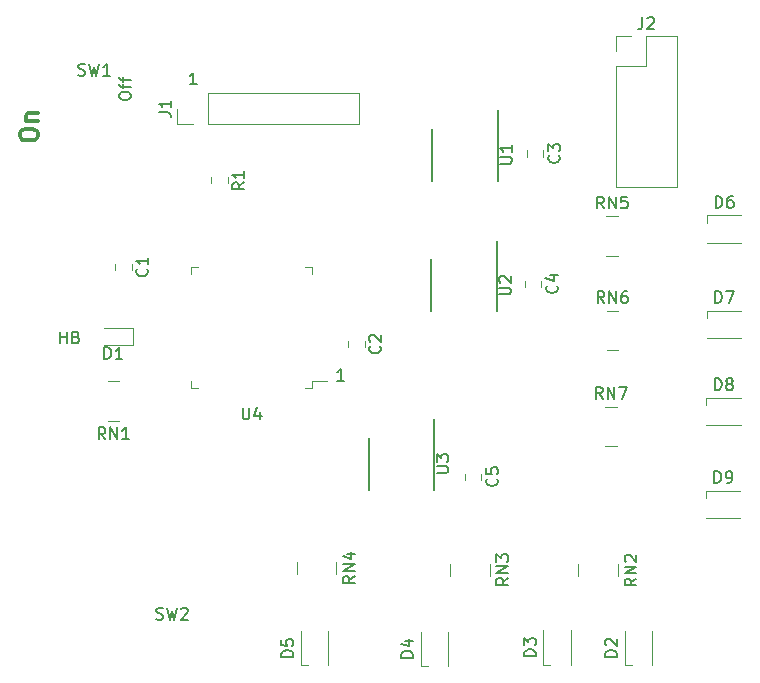
<source format=gbr>
G04 #@! TF.GenerationSoftware,KiCad,Pcbnew,(5.1.5)-3*
G04 #@! TF.CreationDate,2021-02-14T15:50:31-08:00*
G04 #@! TF.ProjectId,tree,74726565-2e6b-4696-9361-645f70636258,rev?*
G04 #@! TF.SameCoordinates,Original*
G04 #@! TF.FileFunction,Legend,Top*
G04 #@! TF.FilePolarity,Positive*
%FSLAX46Y46*%
G04 Gerber Fmt 4.6, Leading zero omitted, Abs format (unit mm)*
G04 Created by KiCad (PCBNEW (5.1.5)-3) date 2021-02-14 15:50:31*
%MOMM*%
%LPD*%
G04 APERTURE LIST*
%ADD10C,0.150000*%
%ADD11C,0.300000*%
%ADD12C,0.120000*%
G04 APERTURE END LIST*
D10*
X163089285Y-96852380D02*
X163089285Y-95852380D01*
X163089285Y-96328571D02*
X163660714Y-96328571D01*
X163660714Y-96852380D02*
X163660714Y-95852380D01*
X164470238Y-96328571D02*
X164613095Y-96376190D01*
X164660714Y-96423809D01*
X164708333Y-96519047D01*
X164708333Y-96661904D01*
X164660714Y-96757142D01*
X164613095Y-96804761D01*
X164517857Y-96852380D01*
X164136904Y-96852380D01*
X164136904Y-95852380D01*
X164470238Y-95852380D01*
X164565476Y-95900000D01*
X164613095Y-95947619D01*
X164660714Y-96042857D01*
X164660714Y-96138095D01*
X164613095Y-96233333D01*
X164565476Y-96280952D01*
X164470238Y-96328571D01*
X164136904Y-96328571D01*
X174660714Y-74927380D02*
X174089285Y-74927380D01*
X174375000Y-74927380D02*
X174375000Y-73927380D01*
X174279761Y-74070238D01*
X174184523Y-74165476D01*
X174089285Y-74213095D01*
X187135714Y-100002380D02*
X186564285Y-100002380D01*
X186850000Y-100002380D02*
X186850000Y-99002380D01*
X186754761Y-99145238D01*
X186659523Y-99240476D01*
X186564285Y-99288095D01*
X168102380Y-75991666D02*
X168102380Y-75801190D01*
X168150000Y-75705952D01*
X168245238Y-75610714D01*
X168435714Y-75563095D01*
X168769047Y-75563095D01*
X168959523Y-75610714D01*
X169054761Y-75705952D01*
X169102380Y-75801190D01*
X169102380Y-75991666D01*
X169054761Y-76086904D01*
X168959523Y-76182142D01*
X168769047Y-76229761D01*
X168435714Y-76229761D01*
X168245238Y-76182142D01*
X168150000Y-76086904D01*
X168102380Y-75991666D01*
X168435714Y-75277380D02*
X168435714Y-74896428D01*
X169102380Y-75134523D02*
X168245238Y-75134523D01*
X168150000Y-75086904D01*
X168102380Y-74991666D01*
X168102380Y-74896428D01*
X168435714Y-74705952D02*
X168435714Y-74325000D01*
X169102380Y-74563095D02*
X168245238Y-74563095D01*
X168150000Y-74515476D01*
X168102380Y-74420238D01*
X168102380Y-74325000D01*
D11*
X159703571Y-79321428D02*
X159703571Y-79035714D01*
X159775000Y-78892857D01*
X159917857Y-78750000D01*
X160203571Y-78678571D01*
X160703571Y-78678571D01*
X160989285Y-78750000D01*
X161132142Y-78892857D01*
X161203571Y-79035714D01*
X161203571Y-79321428D01*
X161132142Y-79464285D01*
X160989285Y-79607142D01*
X160703571Y-79678571D01*
X160203571Y-79678571D01*
X159917857Y-79607142D01*
X159775000Y-79464285D01*
X159703571Y-79321428D01*
X160203571Y-78035714D02*
X161203571Y-78035714D01*
X160346428Y-78035714D02*
X160275000Y-77964285D01*
X160203571Y-77821428D01*
X160203571Y-77607142D01*
X160275000Y-77464285D01*
X160417857Y-77392857D01*
X161203571Y-77392857D01*
D12*
X169160000Y-90113748D02*
X169160000Y-90636252D01*
X167740000Y-90113748D02*
X167740000Y-90636252D01*
X187465000Y-96663748D02*
X187465000Y-97186252D01*
X188885000Y-96663748D02*
X188885000Y-97186252D01*
X204035000Y-80513748D02*
X204035000Y-81036252D01*
X202615000Y-80513748D02*
X202615000Y-81036252D01*
X202440000Y-91538748D02*
X202440000Y-92061252D01*
X203860000Y-91538748D02*
X203860000Y-92061252D01*
X198785000Y-107888748D02*
X198785000Y-108411252D01*
X197365000Y-107888748D02*
X197365000Y-108411252D01*
X166800000Y-97035000D02*
X169260000Y-97035000D01*
X169260000Y-97035000D02*
X169260000Y-95565000D01*
X169260000Y-95565000D02*
X166800000Y-95565000D01*
X211500000Y-124100000D02*
X210900000Y-124100000D01*
X210900000Y-124100000D02*
X210900000Y-121200000D01*
X213200000Y-124100000D02*
X213200000Y-121200000D01*
X206325000Y-124050000D02*
X206325000Y-121150000D01*
X204025000Y-124050000D02*
X204025000Y-121150000D01*
X204625000Y-124050000D02*
X204025000Y-124050000D01*
X195925000Y-124175000D02*
X195925000Y-121275000D01*
X193625000Y-124175000D02*
X193625000Y-121275000D01*
X194225000Y-124175000D02*
X193625000Y-124175000D01*
X184100000Y-124125000D02*
X183500000Y-124125000D01*
X183500000Y-124125000D02*
X183500000Y-121225000D01*
X185800000Y-124125000D02*
X185800000Y-121225000D01*
X217900000Y-88325000D02*
X220800000Y-88325000D01*
X217900000Y-86025000D02*
X220800000Y-86025000D01*
X217900000Y-86625000D02*
X217900000Y-86025000D01*
X217850000Y-94675000D02*
X217850000Y-94075000D01*
X217850000Y-94075000D02*
X220750000Y-94075000D01*
X217850000Y-96375000D02*
X220750000Y-96375000D01*
X217825000Y-102075000D02*
X217825000Y-101475000D01*
X217825000Y-101475000D02*
X220725000Y-101475000D01*
X217825000Y-103775000D02*
X220725000Y-103775000D01*
X217800000Y-111625000D02*
X220700000Y-111625000D01*
X217800000Y-109325000D02*
X220700000Y-109325000D01*
X217800000Y-109925000D02*
X217800000Y-109325000D01*
X188380000Y-78305000D02*
X188380000Y-75645000D01*
X175620000Y-78305000D02*
X188380000Y-78305000D01*
X175620000Y-75645000D02*
X188380000Y-75645000D01*
X175620000Y-78305000D02*
X175620000Y-75645000D01*
X174350000Y-78305000D02*
X173020000Y-78305000D01*
X173020000Y-78305000D02*
X173020000Y-76975000D01*
X177310000Y-82803922D02*
X177310000Y-83321078D01*
X175890000Y-82803922D02*
X175890000Y-83321078D01*
X167125000Y-100045000D02*
X168125000Y-100045000D01*
X167125000Y-103405000D02*
X168125000Y-103405000D01*
X206970000Y-116575000D02*
X206970000Y-115575000D01*
X210330000Y-116575000D02*
X210330000Y-115575000D01*
X199480000Y-116525000D02*
X199480000Y-115525000D01*
X196120000Y-116525000D02*
X196120000Y-115525000D01*
X183145000Y-116375000D02*
X183145000Y-115375000D01*
X186505000Y-116375000D02*
X186505000Y-115375000D01*
X210350000Y-86095000D02*
X209350000Y-86095000D01*
X210350000Y-89455000D02*
X209350000Y-89455000D01*
X210375000Y-97455000D02*
X209375000Y-97455000D01*
X210375000Y-94095000D02*
X209375000Y-94095000D01*
X210225000Y-102220000D02*
X209225000Y-102220000D01*
X210225000Y-105580000D02*
X209225000Y-105580000D01*
X174790000Y-90390000D02*
X174215000Y-90390000D01*
X174215000Y-90390000D02*
X174215000Y-90965000D01*
X183860000Y-90390000D02*
X184435000Y-90390000D01*
X184435000Y-90390000D02*
X184435000Y-90965000D01*
X174790000Y-100610000D02*
X174215000Y-100610000D01*
X174215000Y-100610000D02*
X174215000Y-100035000D01*
X183860000Y-100610000D02*
X184435000Y-100610000D01*
X184435000Y-100610000D02*
X184435000Y-100035000D01*
X184435000Y-100035000D02*
X185725000Y-100035000D01*
D10*
X194625000Y-78675000D02*
X194625000Y-83075000D01*
X200150000Y-77100000D02*
X200150000Y-83075000D01*
X200075000Y-88175000D02*
X200075000Y-94150000D01*
X194550000Y-89750000D02*
X194550000Y-94150000D01*
X189250000Y-104850000D02*
X189250000Y-109250000D01*
X194775000Y-103275000D02*
X194775000Y-109250000D01*
D12*
X210145000Y-83615000D02*
X215345000Y-83615000D01*
X210145000Y-73395000D02*
X210145000Y-83615000D01*
X215345000Y-70795000D02*
X215345000Y-83615000D01*
X210145000Y-73395000D02*
X212745000Y-73395000D01*
X212745000Y-73395000D02*
X212745000Y-70795000D01*
X212745000Y-70795000D02*
X215345000Y-70795000D01*
X210145000Y-72125000D02*
X210145000Y-70795000D01*
X210145000Y-70795000D02*
X211475000Y-70795000D01*
D10*
X171266666Y-120196761D02*
X171409523Y-120244380D01*
X171647619Y-120244380D01*
X171742857Y-120196761D01*
X171790476Y-120149142D01*
X171838095Y-120053904D01*
X171838095Y-119958666D01*
X171790476Y-119863428D01*
X171742857Y-119815809D01*
X171647619Y-119768190D01*
X171457142Y-119720571D01*
X171361904Y-119672952D01*
X171314285Y-119625333D01*
X171266666Y-119530095D01*
X171266666Y-119434857D01*
X171314285Y-119339619D01*
X171361904Y-119292000D01*
X171457142Y-119244380D01*
X171695238Y-119244380D01*
X171838095Y-119292000D01*
X172171428Y-119244380D02*
X172409523Y-120244380D01*
X172600000Y-119530095D01*
X172790476Y-120244380D01*
X173028571Y-119244380D01*
X173361904Y-119339619D02*
X173409523Y-119292000D01*
X173504761Y-119244380D01*
X173742857Y-119244380D01*
X173838095Y-119292000D01*
X173885714Y-119339619D01*
X173933333Y-119434857D01*
X173933333Y-119530095D01*
X173885714Y-119672952D01*
X173314285Y-120244380D01*
X173933333Y-120244380D01*
X170457142Y-90541666D02*
X170504761Y-90589285D01*
X170552380Y-90732142D01*
X170552380Y-90827380D01*
X170504761Y-90970238D01*
X170409523Y-91065476D01*
X170314285Y-91113095D01*
X170123809Y-91160714D01*
X169980952Y-91160714D01*
X169790476Y-91113095D01*
X169695238Y-91065476D01*
X169600000Y-90970238D01*
X169552380Y-90827380D01*
X169552380Y-90732142D01*
X169600000Y-90589285D01*
X169647619Y-90541666D01*
X170552380Y-89589285D02*
X170552380Y-90160714D01*
X170552380Y-89875000D02*
X169552380Y-89875000D01*
X169695238Y-89970238D01*
X169790476Y-90065476D01*
X169838095Y-90160714D01*
X190182142Y-97091666D02*
X190229761Y-97139285D01*
X190277380Y-97282142D01*
X190277380Y-97377380D01*
X190229761Y-97520238D01*
X190134523Y-97615476D01*
X190039285Y-97663095D01*
X189848809Y-97710714D01*
X189705952Y-97710714D01*
X189515476Y-97663095D01*
X189420238Y-97615476D01*
X189325000Y-97520238D01*
X189277380Y-97377380D01*
X189277380Y-97282142D01*
X189325000Y-97139285D01*
X189372619Y-97091666D01*
X189372619Y-96710714D02*
X189325000Y-96663095D01*
X189277380Y-96567857D01*
X189277380Y-96329761D01*
X189325000Y-96234523D01*
X189372619Y-96186904D01*
X189467857Y-96139285D01*
X189563095Y-96139285D01*
X189705952Y-96186904D01*
X190277380Y-96758333D01*
X190277380Y-96139285D01*
X205332142Y-80941666D02*
X205379761Y-80989285D01*
X205427380Y-81132142D01*
X205427380Y-81227380D01*
X205379761Y-81370238D01*
X205284523Y-81465476D01*
X205189285Y-81513095D01*
X204998809Y-81560714D01*
X204855952Y-81560714D01*
X204665476Y-81513095D01*
X204570238Y-81465476D01*
X204475000Y-81370238D01*
X204427380Y-81227380D01*
X204427380Y-81132142D01*
X204475000Y-80989285D01*
X204522619Y-80941666D01*
X204427380Y-80608333D02*
X204427380Y-79989285D01*
X204808333Y-80322619D01*
X204808333Y-80179761D01*
X204855952Y-80084523D01*
X204903571Y-80036904D01*
X204998809Y-79989285D01*
X205236904Y-79989285D01*
X205332142Y-80036904D01*
X205379761Y-80084523D01*
X205427380Y-80179761D01*
X205427380Y-80465476D01*
X205379761Y-80560714D01*
X205332142Y-80608333D01*
X205157142Y-91966666D02*
X205204761Y-92014285D01*
X205252380Y-92157142D01*
X205252380Y-92252380D01*
X205204761Y-92395238D01*
X205109523Y-92490476D01*
X205014285Y-92538095D01*
X204823809Y-92585714D01*
X204680952Y-92585714D01*
X204490476Y-92538095D01*
X204395238Y-92490476D01*
X204300000Y-92395238D01*
X204252380Y-92252380D01*
X204252380Y-92157142D01*
X204300000Y-92014285D01*
X204347619Y-91966666D01*
X204585714Y-91109523D02*
X205252380Y-91109523D01*
X204204761Y-91347619D02*
X204919047Y-91585714D01*
X204919047Y-90966666D01*
X200082142Y-108316666D02*
X200129761Y-108364285D01*
X200177380Y-108507142D01*
X200177380Y-108602380D01*
X200129761Y-108745238D01*
X200034523Y-108840476D01*
X199939285Y-108888095D01*
X199748809Y-108935714D01*
X199605952Y-108935714D01*
X199415476Y-108888095D01*
X199320238Y-108840476D01*
X199225000Y-108745238D01*
X199177380Y-108602380D01*
X199177380Y-108507142D01*
X199225000Y-108364285D01*
X199272619Y-108316666D01*
X199177380Y-107411904D02*
X199177380Y-107888095D01*
X199653571Y-107935714D01*
X199605952Y-107888095D01*
X199558333Y-107792857D01*
X199558333Y-107554761D01*
X199605952Y-107459523D01*
X199653571Y-107411904D01*
X199748809Y-107364285D01*
X199986904Y-107364285D01*
X200082142Y-107411904D01*
X200129761Y-107459523D01*
X200177380Y-107554761D01*
X200177380Y-107792857D01*
X200129761Y-107888095D01*
X200082142Y-107935714D01*
X166861904Y-98182380D02*
X166861904Y-97182380D01*
X167100000Y-97182380D01*
X167242857Y-97230000D01*
X167338095Y-97325238D01*
X167385714Y-97420476D01*
X167433333Y-97610952D01*
X167433333Y-97753809D01*
X167385714Y-97944285D01*
X167338095Y-98039523D01*
X167242857Y-98134761D01*
X167100000Y-98182380D01*
X166861904Y-98182380D01*
X168385714Y-98182380D02*
X167814285Y-98182380D01*
X168100000Y-98182380D02*
X168100000Y-97182380D01*
X168004761Y-97325238D01*
X167909523Y-97420476D01*
X167814285Y-97468095D01*
X210252380Y-123388095D02*
X209252380Y-123388095D01*
X209252380Y-123150000D01*
X209300000Y-123007142D01*
X209395238Y-122911904D01*
X209490476Y-122864285D01*
X209680952Y-122816666D01*
X209823809Y-122816666D01*
X210014285Y-122864285D01*
X210109523Y-122911904D01*
X210204761Y-123007142D01*
X210252380Y-123150000D01*
X210252380Y-123388095D01*
X209347619Y-122435714D02*
X209300000Y-122388095D01*
X209252380Y-122292857D01*
X209252380Y-122054761D01*
X209300000Y-121959523D01*
X209347619Y-121911904D01*
X209442857Y-121864285D01*
X209538095Y-121864285D01*
X209680952Y-121911904D01*
X210252380Y-122483333D01*
X210252380Y-121864285D01*
X203377380Y-123338095D02*
X202377380Y-123338095D01*
X202377380Y-123100000D01*
X202425000Y-122957142D01*
X202520238Y-122861904D01*
X202615476Y-122814285D01*
X202805952Y-122766666D01*
X202948809Y-122766666D01*
X203139285Y-122814285D01*
X203234523Y-122861904D01*
X203329761Y-122957142D01*
X203377380Y-123100000D01*
X203377380Y-123338095D01*
X202377380Y-122433333D02*
X202377380Y-121814285D01*
X202758333Y-122147619D01*
X202758333Y-122004761D01*
X202805952Y-121909523D01*
X202853571Y-121861904D01*
X202948809Y-121814285D01*
X203186904Y-121814285D01*
X203282142Y-121861904D01*
X203329761Y-121909523D01*
X203377380Y-122004761D01*
X203377380Y-122290476D01*
X203329761Y-122385714D01*
X203282142Y-122433333D01*
X192977380Y-123463095D02*
X191977380Y-123463095D01*
X191977380Y-123225000D01*
X192025000Y-123082142D01*
X192120238Y-122986904D01*
X192215476Y-122939285D01*
X192405952Y-122891666D01*
X192548809Y-122891666D01*
X192739285Y-122939285D01*
X192834523Y-122986904D01*
X192929761Y-123082142D01*
X192977380Y-123225000D01*
X192977380Y-123463095D01*
X192310714Y-122034523D02*
X192977380Y-122034523D01*
X191929761Y-122272619D02*
X192644047Y-122510714D01*
X192644047Y-121891666D01*
X182852380Y-123413095D02*
X181852380Y-123413095D01*
X181852380Y-123175000D01*
X181900000Y-123032142D01*
X181995238Y-122936904D01*
X182090476Y-122889285D01*
X182280952Y-122841666D01*
X182423809Y-122841666D01*
X182614285Y-122889285D01*
X182709523Y-122936904D01*
X182804761Y-123032142D01*
X182852380Y-123175000D01*
X182852380Y-123413095D01*
X181852380Y-121936904D02*
X181852380Y-122413095D01*
X182328571Y-122460714D01*
X182280952Y-122413095D01*
X182233333Y-122317857D01*
X182233333Y-122079761D01*
X182280952Y-121984523D01*
X182328571Y-121936904D01*
X182423809Y-121889285D01*
X182661904Y-121889285D01*
X182757142Y-121936904D01*
X182804761Y-121984523D01*
X182852380Y-122079761D01*
X182852380Y-122317857D01*
X182804761Y-122413095D01*
X182757142Y-122460714D01*
X218611904Y-85377380D02*
X218611904Y-84377380D01*
X218850000Y-84377380D01*
X218992857Y-84425000D01*
X219088095Y-84520238D01*
X219135714Y-84615476D01*
X219183333Y-84805952D01*
X219183333Y-84948809D01*
X219135714Y-85139285D01*
X219088095Y-85234523D01*
X218992857Y-85329761D01*
X218850000Y-85377380D01*
X218611904Y-85377380D01*
X220040476Y-84377380D02*
X219850000Y-84377380D01*
X219754761Y-84425000D01*
X219707142Y-84472619D01*
X219611904Y-84615476D01*
X219564285Y-84805952D01*
X219564285Y-85186904D01*
X219611904Y-85282142D01*
X219659523Y-85329761D01*
X219754761Y-85377380D01*
X219945238Y-85377380D01*
X220040476Y-85329761D01*
X220088095Y-85282142D01*
X220135714Y-85186904D01*
X220135714Y-84948809D01*
X220088095Y-84853571D01*
X220040476Y-84805952D01*
X219945238Y-84758333D01*
X219754761Y-84758333D01*
X219659523Y-84805952D01*
X219611904Y-84853571D01*
X219564285Y-84948809D01*
X218561904Y-93427380D02*
X218561904Y-92427380D01*
X218800000Y-92427380D01*
X218942857Y-92475000D01*
X219038095Y-92570238D01*
X219085714Y-92665476D01*
X219133333Y-92855952D01*
X219133333Y-92998809D01*
X219085714Y-93189285D01*
X219038095Y-93284523D01*
X218942857Y-93379761D01*
X218800000Y-93427380D01*
X218561904Y-93427380D01*
X219466666Y-92427380D02*
X220133333Y-92427380D01*
X219704761Y-93427380D01*
X218536904Y-100827380D02*
X218536904Y-99827380D01*
X218775000Y-99827380D01*
X218917857Y-99875000D01*
X219013095Y-99970238D01*
X219060714Y-100065476D01*
X219108333Y-100255952D01*
X219108333Y-100398809D01*
X219060714Y-100589285D01*
X219013095Y-100684523D01*
X218917857Y-100779761D01*
X218775000Y-100827380D01*
X218536904Y-100827380D01*
X219679761Y-100255952D02*
X219584523Y-100208333D01*
X219536904Y-100160714D01*
X219489285Y-100065476D01*
X219489285Y-100017857D01*
X219536904Y-99922619D01*
X219584523Y-99875000D01*
X219679761Y-99827380D01*
X219870238Y-99827380D01*
X219965476Y-99875000D01*
X220013095Y-99922619D01*
X220060714Y-100017857D01*
X220060714Y-100065476D01*
X220013095Y-100160714D01*
X219965476Y-100208333D01*
X219870238Y-100255952D01*
X219679761Y-100255952D01*
X219584523Y-100303571D01*
X219536904Y-100351190D01*
X219489285Y-100446428D01*
X219489285Y-100636904D01*
X219536904Y-100732142D01*
X219584523Y-100779761D01*
X219679761Y-100827380D01*
X219870238Y-100827380D01*
X219965476Y-100779761D01*
X220013095Y-100732142D01*
X220060714Y-100636904D01*
X220060714Y-100446428D01*
X220013095Y-100351190D01*
X219965476Y-100303571D01*
X219870238Y-100255952D01*
X218511904Y-108677380D02*
X218511904Y-107677380D01*
X218750000Y-107677380D01*
X218892857Y-107725000D01*
X218988095Y-107820238D01*
X219035714Y-107915476D01*
X219083333Y-108105952D01*
X219083333Y-108248809D01*
X219035714Y-108439285D01*
X218988095Y-108534523D01*
X218892857Y-108629761D01*
X218750000Y-108677380D01*
X218511904Y-108677380D01*
X219559523Y-108677380D02*
X219750000Y-108677380D01*
X219845238Y-108629761D01*
X219892857Y-108582142D01*
X219988095Y-108439285D01*
X220035714Y-108248809D01*
X220035714Y-107867857D01*
X219988095Y-107772619D01*
X219940476Y-107725000D01*
X219845238Y-107677380D01*
X219654761Y-107677380D01*
X219559523Y-107725000D01*
X219511904Y-107772619D01*
X219464285Y-107867857D01*
X219464285Y-108105952D01*
X219511904Y-108201190D01*
X219559523Y-108248809D01*
X219654761Y-108296428D01*
X219845238Y-108296428D01*
X219940476Y-108248809D01*
X219988095Y-108201190D01*
X220035714Y-108105952D01*
X171472380Y-77308333D02*
X172186666Y-77308333D01*
X172329523Y-77355952D01*
X172424761Y-77451190D01*
X172472380Y-77594047D01*
X172472380Y-77689285D01*
X172472380Y-76308333D02*
X172472380Y-76879761D01*
X172472380Y-76594047D02*
X171472380Y-76594047D01*
X171615238Y-76689285D01*
X171710476Y-76784523D01*
X171758095Y-76879761D01*
X178702380Y-83229166D02*
X178226190Y-83562500D01*
X178702380Y-83800595D02*
X177702380Y-83800595D01*
X177702380Y-83419642D01*
X177750000Y-83324404D01*
X177797619Y-83276785D01*
X177892857Y-83229166D01*
X178035714Y-83229166D01*
X178130952Y-83276785D01*
X178178571Y-83324404D01*
X178226190Y-83419642D01*
X178226190Y-83800595D01*
X178702380Y-82276785D02*
X178702380Y-82848214D01*
X178702380Y-82562500D02*
X177702380Y-82562500D01*
X177845238Y-82657738D01*
X177940476Y-82752976D01*
X177988095Y-82848214D01*
X166934523Y-104977380D02*
X166601190Y-104501190D01*
X166363095Y-104977380D02*
X166363095Y-103977380D01*
X166744047Y-103977380D01*
X166839285Y-104025000D01*
X166886904Y-104072619D01*
X166934523Y-104167857D01*
X166934523Y-104310714D01*
X166886904Y-104405952D01*
X166839285Y-104453571D01*
X166744047Y-104501190D01*
X166363095Y-104501190D01*
X167363095Y-104977380D02*
X167363095Y-103977380D01*
X167934523Y-104977380D01*
X167934523Y-103977380D01*
X168934523Y-104977380D02*
X168363095Y-104977380D01*
X168648809Y-104977380D02*
X168648809Y-103977380D01*
X168553571Y-104120238D01*
X168458333Y-104215476D01*
X168363095Y-104263095D01*
X211902380Y-116765476D02*
X211426190Y-117098809D01*
X211902380Y-117336904D02*
X210902380Y-117336904D01*
X210902380Y-116955952D01*
X210950000Y-116860714D01*
X210997619Y-116813095D01*
X211092857Y-116765476D01*
X211235714Y-116765476D01*
X211330952Y-116813095D01*
X211378571Y-116860714D01*
X211426190Y-116955952D01*
X211426190Y-117336904D01*
X211902380Y-116336904D02*
X210902380Y-116336904D01*
X211902380Y-115765476D01*
X210902380Y-115765476D01*
X210997619Y-115336904D02*
X210950000Y-115289285D01*
X210902380Y-115194047D01*
X210902380Y-114955952D01*
X210950000Y-114860714D01*
X210997619Y-114813095D01*
X211092857Y-114765476D01*
X211188095Y-114765476D01*
X211330952Y-114813095D01*
X211902380Y-115384523D01*
X211902380Y-114765476D01*
X201052380Y-116715476D02*
X200576190Y-117048809D01*
X201052380Y-117286904D02*
X200052380Y-117286904D01*
X200052380Y-116905952D01*
X200100000Y-116810714D01*
X200147619Y-116763095D01*
X200242857Y-116715476D01*
X200385714Y-116715476D01*
X200480952Y-116763095D01*
X200528571Y-116810714D01*
X200576190Y-116905952D01*
X200576190Y-117286904D01*
X201052380Y-116286904D02*
X200052380Y-116286904D01*
X201052380Y-115715476D01*
X200052380Y-115715476D01*
X200052380Y-115334523D02*
X200052380Y-114715476D01*
X200433333Y-115048809D01*
X200433333Y-114905952D01*
X200480952Y-114810714D01*
X200528571Y-114763095D01*
X200623809Y-114715476D01*
X200861904Y-114715476D01*
X200957142Y-114763095D01*
X201004761Y-114810714D01*
X201052380Y-114905952D01*
X201052380Y-115191666D01*
X201004761Y-115286904D01*
X200957142Y-115334523D01*
X188077380Y-116565476D02*
X187601190Y-116898809D01*
X188077380Y-117136904D02*
X187077380Y-117136904D01*
X187077380Y-116755952D01*
X187125000Y-116660714D01*
X187172619Y-116613095D01*
X187267857Y-116565476D01*
X187410714Y-116565476D01*
X187505952Y-116613095D01*
X187553571Y-116660714D01*
X187601190Y-116755952D01*
X187601190Y-117136904D01*
X188077380Y-116136904D02*
X187077380Y-116136904D01*
X188077380Y-115565476D01*
X187077380Y-115565476D01*
X187410714Y-114660714D02*
X188077380Y-114660714D01*
X187029761Y-114898809D02*
X187744047Y-115136904D01*
X187744047Y-114517857D01*
X209159523Y-85427380D02*
X208826190Y-84951190D01*
X208588095Y-85427380D02*
X208588095Y-84427380D01*
X208969047Y-84427380D01*
X209064285Y-84475000D01*
X209111904Y-84522619D01*
X209159523Y-84617857D01*
X209159523Y-84760714D01*
X209111904Y-84855952D01*
X209064285Y-84903571D01*
X208969047Y-84951190D01*
X208588095Y-84951190D01*
X209588095Y-85427380D02*
X209588095Y-84427380D01*
X210159523Y-85427380D01*
X210159523Y-84427380D01*
X211111904Y-84427380D02*
X210635714Y-84427380D01*
X210588095Y-84903571D01*
X210635714Y-84855952D01*
X210730952Y-84808333D01*
X210969047Y-84808333D01*
X211064285Y-84855952D01*
X211111904Y-84903571D01*
X211159523Y-84998809D01*
X211159523Y-85236904D01*
X211111904Y-85332142D01*
X211064285Y-85379761D01*
X210969047Y-85427380D01*
X210730952Y-85427380D01*
X210635714Y-85379761D01*
X210588095Y-85332142D01*
X209184523Y-93427380D02*
X208851190Y-92951190D01*
X208613095Y-93427380D02*
X208613095Y-92427380D01*
X208994047Y-92427380D01*
X209089285Y-92475000D01*
X209136904Y-92522619D01*
X209184523Y-92617857D01*
X209184523Y-92760714D01*
X209136904Y-92855952D01*
X209089285Y-92903571D01*
X208994047Y-92951190D01*
X208613095Y-92951190D01*
X209613095Y-93427380D02*
X209613095Y-92427380D01*
X210184523Y-93427380D01*
X210184523Y-92427380D01*
X211089285Y-92427380D02*
X210898809Y-92427380D01*
X210803571Y-92475000D01*
X210755952Y-92522619D01*
X210660714Y-92665476D01*
X210613095Y-92855952D01*
X210613095Y-93236904D01*
X210660714Y-93332142D01*
X210708333Y-93379761D01*
X210803571Y-93427380D01*
X210994047Y-93427380D01*
X211089285Y-93379761D01*
X211136904Y-93332142D01*
X211184523Y-93236904D01*
X211184523Y-92998809D01*
X211136904Y-92903571D01*
X211089285Y-92855952D01*
X210994047Y-92808333D01*
X210803571Y-92808333D01*
X210708333Y-92855952D01*
X210660714Y-92903571D01*
X210613095Y-92998809D01*
X209034523Y-101552380D02*
X208701190Y-101076190D01*
X208463095Y-101552380D02*
X208463095Y-100552380D01*
X208844047Y-100552380D01*
X208939285Y-100600000D01*
X208986904Y-100647619D01*
X209034523Y-100742857D01*
X209034523Y-100885714D01*
X208986904Y-100980952D01*
X208939285Y-101028571D01*
X208844047Y-101076190D01*
X208463095Y-101076190D01*
X209463095Y-101552380D02*
X209463095Y-100552380D01*
X210034523Y-101552380D01*
X210034523Y-100552380D01*
X210415476Y-100552380D02*
X211082142Y-100552380D01*
X210653571Y-101552380D01*
X178563095Y-102302380D02*
X178563095Y-103111904D01*
X178610714Y-103207142D01*
X178658333Y-103254761D01*
X178753571Y-103302380D01*
X178944047Y-103302380D01*
X179039285Y-103254761D01*
X179086904Y-103207142D01*
X179134523Y-103111904D01*
X179134523Y-102302380D01*
X180039285Y-102635714D02*
X180039285Y-103302380D01*
X179801190Y-102254761D02*
X179563095Y-102969047D01*
X180182142Y-102969047D01*
X164666266Y-74135561D02*
X164809123Y-74183180D01*
X165047219Y-74183180D01*
X165142457Y-74135561D01*
X165190076Y-74087942D01*
X165237695Y-73992704D01*
X165237695Y-73897466D01*
X165190076Y-73802228D01*
X165142457Y-73754609D01*
X165047219Y-73706990D01*
X164856742Y-73659371D01*
X164761504Y-73611752D01*
X164713885Y-73564133D01*
X164666266Y-73468895D01*
X164666266Y-73373657D01*
X164713885Y-73278419D01*
X164761504Y-73230800D01*
X164856742Y-73183180D01*
X165094838Y-73183180D01*
X165237695Y-73230800D01*
X165571028Y-73183180D02*
X165809123Y-74183180D01*
X165999600Y-73468895D01*
X166190076Y-74183180D01*
X166428171Y-73183180D01*
X167332933Y-74183180D02*
X166761504Y-74183180D01*
X167047219Y-74183180D02*
X167047219Y-73183180D01*
X166951980Y-73326038D01*
X166856742Y-73421276D01*
X166761504Y-73468895D01*
X200352380Y-81636904D02*
X201161904Y-81636904D01*
X201257142Y-81589285D01*
X201304761Y-81541666D01*
X201352380Y-81446428D01*
X201352380Y-81255952D01*
X201304761Y-81160714D01*
X201257142Y-81113095D01*
X201161904Y-81065476D01*
X200352380Y-81065476D01*
X201352380Y-80065476D02*
X201352380Y-80636904D01*
X201352380Y-80351190D02*
X200352380Y-80351190D01*
X200495238Y-80446428D01*
X200590476Y-80541666D01*
X200638095Y-80636904D01*
X200277380Y-92711904D02*
X201086904Y-92711904D01*
X201182142Y-92664285D01*
X201229761Y-92616666D01*
X201277380Y-92521428D01*
X201277380Y-92330952D01*
X201229761Y-92235714D01*
X201182142Y-92188095D01*
X201086904Y-92140476D01*
X200277380Y-92140476D01*
X200372619Y-91711904D02*
X200325000Y-91664285D01*
X200277380Y-91569047D01*
X200277380Y-91330952D01*
X200325000Y-91235714D01*
X200372619Y-91188095D01*
X200467857Y-91140476D01*
X200563095Y-91140476D01*
X200705952Y-91188095D01*
X201277380Y-91759523D01*
X201277380Y-91140476D01*
X194977380Y-107811904D02*
X195786904Y-107811904D01*
X195882142Y-107764285D01*
X195929761Y-107716666D01*
X195977380Y-107621428D01*
X195977380Y-107430952D01*
X195929761Y-107335714D01*
X195882142Y-107288095D01*
X195786904Y-107240476D01*
X194977380Y-107240476D01*
X194977380Y-106859523D02*
X194977380Y-106240476D01*
X195358333Y-106573809D01*
X195358333Y-106430952D01*
X195405952Y-106335714D01*
X195453571Y-106288095D01*
X195548809Y-106240476D01*
X195786904Y-106240476D01*
X195882142Y-106288095D01*
X195929761Y-106335714D01*
X195977380Y-106430952D01*
X195977380Y-106716666D01*
X195929761Y-106811904D01*
X195882142Y-106859523D01*
X212411666Y-69247380D02*
X212411666Y-69961666D01*
X212364047Y-70104523D01*
X212268809Y-70199761D01*
X212125952Y-70247380D01*
X212030714Y-70247380D01*
X212840238Y-69342619D02*
X212887857Y-69295000D01*
X212983095Y-69247380D01*
X213221190Y-69247380D01*
X213316428Y-69295000D01*
X213364047Y-69342619D01*
X213411666Y-69437857D01*
X213411666Y-69533095D01*
X213364047Y-69675952D01*
X212792619Y-70247380D01*
X213411666Y-70247380D01*
M02*

</source>
